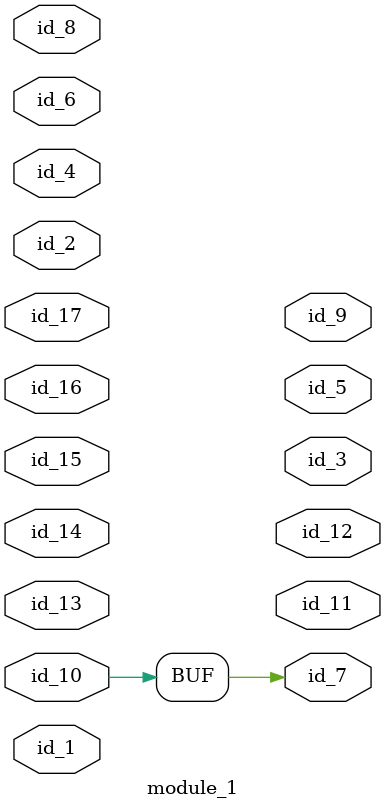
<source format=v>
module module_0 (
    id_1,
    id_2
);
  inout wire id_2;
  input wire id_1;
endmodule
module module_1 (
    id_1,
    id_2,
    id_3,
    id_4,
    id_5,
    id_6,
    id_7,
    id_8,
    id_9,
    id_10,
    id_11,
    id_12,
    id_13,
    id_14,
    id_15,
    id_16,
    id_17
);
  input wire id_17;
  inout wire id_16;
  input wire id_15;
  input wire id_14;
  inout wire id_13;
  output wire id_12;
  output wire id_11;
  inout wire id_10;
  output wire id_9;
  inout wire id_8;
  output wire id_7;
  inout wire id_6;
  output wire id_5;
  input wire id_4;
  output wire id_3;
  inout wire id_2;
  inout wire id_1;
  wire id_18, id_19;
  module_0 modCall_1 (
      id_4,
      id_19
  );
  assign id_7 = id_10;
endmodule

</source>
